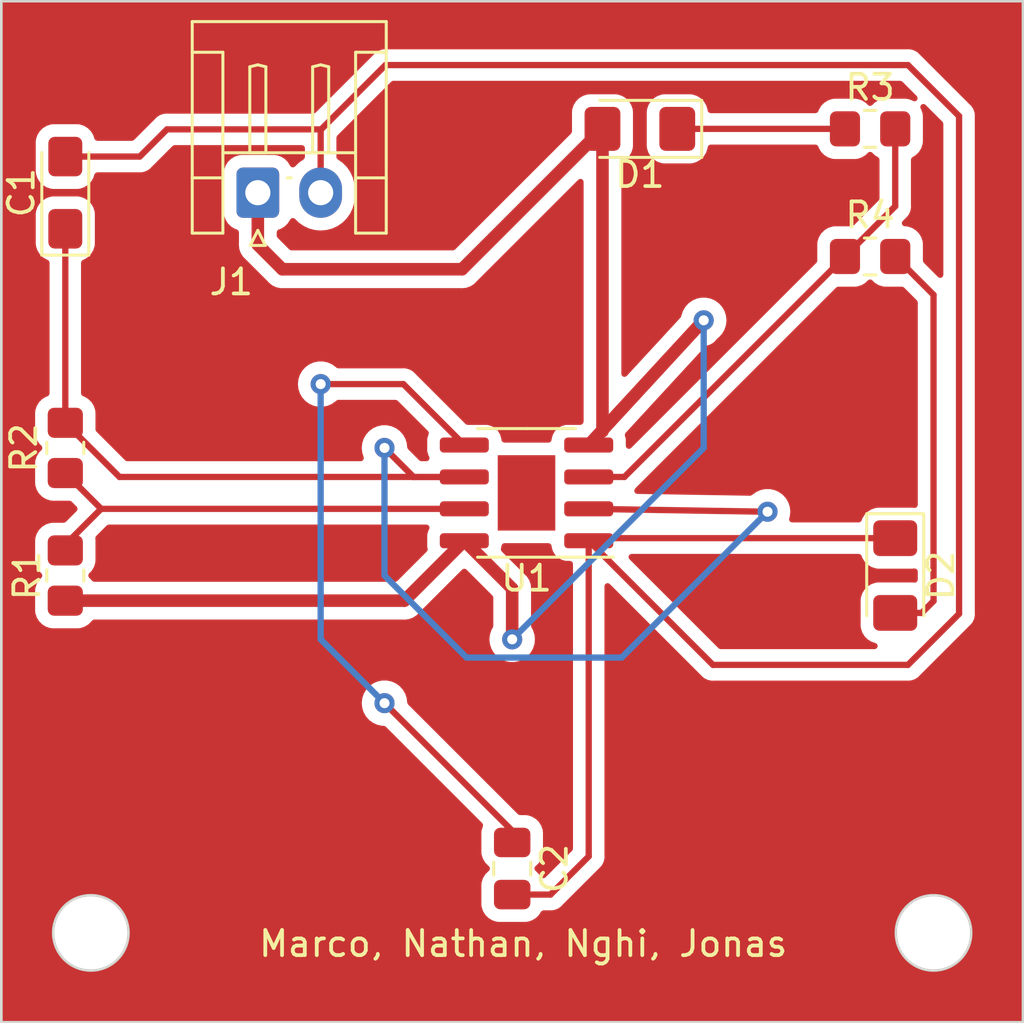
<source format=kicad_pcb>
(kicad_pcb (version 20221018) (generator pcbnew)
  (layers (0 "F.Cu" signal) (31 "B.Cu" signal) (34 "B.Paste" user) (35 "F.Paste" user) (36 "B.SilkS" user "B.Silkscreen") (37 "F.SilkS" user "F.Silkscreen") (38 "B.Mask" user) (39 "F.Mask" user) (44 "Edge.Cuts" user))
  (net 0 "")
  (net 1 "/pin_2")
  (net 2 "GND")
  (net 3 "Net-(U1-CV)")
  (net 4 "Net-(D1-K)")
  (net 5 "+9V")
  (net 6 "Net-(D2-A)")
  (net 7 "/pin_7")
  (net 8 "/pin_3")
  (footprint "Resistor_SMD:R_0805_2012Metric_Pad1.20x1.40mm_HandSolder" (layer "F.Cu") (at 162.56 106.68 90)
    (fp_text reference "R2" (at 0 -1.65 90) (layer "F.SilkS"))
    (fp_text value "R" hide)
    (fp_line (start -0.227064 -0.735) (end 0.227064 -0.735) (stroke (width 0.12)) (layer "F.SilkS"))
    (fp_line (start -0.227064 0.735) (end 0.227064 0.735) (stroke (width 0.12)) (layer "F.SilkS"))
    (pad "1" smd roundrect (at -1 0 90) (size 1.2 1.4) (layers "F.Cu" "F.Paste" "F.Mask") (roundrect_rratio 0.2083333333) (net 7 "/pin_7"))
    (pad "2" smd roundrect (at 1 0 90) (size 1.2 1.4) (layers "F.Cu" "F.Paste" "F.Mask") (roundrect_rratio 0.2083333333) (net 1 "/pin_2"))
  )
  (footprint "LED_SMD:LED_1206_3216Metric_Pad1.42x1.75mm_HandSolder" (layer "F.Cu") (at 185.42 93.98 180)
    (fp_text reference "D1" (at 0 -1.82) (layer "F.SilkS"))
    (fp_text value "LED")
    (fp_line (start -2.46 -1.135) (end -2.46 1.135) (stroke (width 0.12)) (layer "F.SilkS"))
    (fp_line (start -2.46 1.135) (end 1.6 1.135) (stroke (width 0.12)) (layer "F.SilkS"))
    (fp_line (start 1.6 -1.135) (end -2.46 -1.135) (stroke (width 0.12)) (layer "F.SilkS"))
    (pad "1" smd roundrect (at -1.4875 0 180) (size 1.425 1.75) (layers "F.Cu" "F.Paste" "F.Mask") (roundrect_rratio 0.1754392982) (net 4 "Net-(D1-K)"))
    (pad "2" smd roundrect (at 1.4875 0 180) (size 1.425 1.75) (layers "F.Cu" "F.Paste" "F.Mask") (roundrect_rratio 0.1754392982) (net 5 "+9V"))
  )
  (footprint "Package_SO:SOIC-8-1EP_3.9x4.9mm_P1.27mm_EP2.29x3mm" (layer "F.Cu") (at 180.91 108.47 180)
    (fp_text reference "U1" (at 0 -3.4) (layer "F.SilkS"))
    (fp_text value "NE555D")
    (fp_line (start 0 -2.56) (end -3.45 -2.56) (stroke (width 0.12)) (layer "F.SilkS"))
    (fp_line (start 0 -2.56) (end 1.95 -2.56) (stroke (width 0.12)) (layer "F.SilkS"))
    (fp_line (start 0 2.56) (end -1.95 2.56) (stroke (width 0.12)) (layer "F.SilkS"))
    (fp_line (start 0 2.56) (end 1.95 2.56) (stroke (width 0.12)) (layer "F.SilkS"))
    (pad "1" smd roundrect (at -2.475 -1.905 180) (size 1.95 0.6) (layers "F.Cu" "F.Paste" "F.Mask") (net 2 "GND"))
    (pad "2" smd roundrect (at -2.475 -0.635 180) (size 1.95 0.6) (layers "F.Cu" "F.Paste" "F.Mask") (net 1 "/pin_2"))
    (pad "3" smd roundrect (at -2.475 0.635 180) (size 1.95 0.6) (layers "F.Cu" "F.Paste" "F.Mask") (net 8 "/pin_3"))
    (pad "4" smd roundrect (at -2.475 1.905 180) (size 1.95 0.6) (layers "F.Cu" "F.Paste" "F.Mask") (net 5 "+9V"))
    (pad "5" smd roundrect (at 2.475 1.905 180) (size 1.95 0.6) (layers "F.Cu" "F.Paste" "F.Mask") (net 3 "Net-(U1-CV)"))
    (pad "6" smd roundrect (at 2.475 0.635 180) (size 1.95 0.6) (layers "F.Cu" "F.Paste" "F.Mask") (net 1 "/pin_2"))
    (pad "7" smd roundrect (at 2.475 -0.635 180) (size 1.95 0.6) (layers "F.Cu" "F.Paste" "F.Mask") (net 7 "/pin_7"))
    (pad "8" smd roundrect (at 2.475 -1.905 180) (size 1.95 0.6) (layers "F.Cu" "F.Paste" "F.Mask") (net 5 "+9V"))
    (pad "9" smd rect (at 0 0 180) (size 2.29 3) (layers "F.Cu" "F.Mask"))
  )
  (footprint "Capacitor_SMD:C_0805_2012Metric_Pad1.18x1.45mm_HandSolder" (layer "F.Cu") (at 180.34 123.4225 -90)
    (fp_text reference "C2" (at 0 -1.68 90) (layer "F.SilkS"))
    (fp_text value "C" hide)
    (fp_line (start -0.261252 -0.735) (end 0.261252 -0.735) (stroke (width 0.12)) (layer "F.SilkS"))
    (fp_line (start -0.261252 0.735) (end 0.261252 0.735) (stroke (width 0.12)) (layer "F.SilkS"))
    (pad "1" smd roundrect (at -1.0375 0 270) (size 1.175 1.45) (layers "F.Cu" "F.Paste" "F.Mask") (roundrect_rratio 0.2127659574) (net 3 "Net-(U1-CV)"))
    (pad "2" smd roundrect (at 1.0375 0 270) (size 1.175 1.45) (layers "F.Cu" "F.Paste" "F.Mask") (roundrect_rratio 0.2127659574) (net 2 "GND"))
  )
  (footprint "Resistor_SMD:R_0805_2012Metric_Pad1.20x1.40mm_HandSolder" (layer "F.Cu") (at 162.56 111.76 90)
    (fp_text reference "R1" (at 0 -1.524 90) (layer "F.SilkS"))
    (fp_text value "R" hide)
    (fp_line (start -0.227064 -0.735) (end 0.227064 -0.735) (stroke (width 0.12)) (layer "F.SilkS"))
    (fp_line (start -0.227064 0.735) (end 0.227064 0.735) (stroke (width 0.12)) (layer "F.SilkS"))
    (pad "1" smd roundrect (at -1 0 90) (size 1.2 1.4) (layers "F.Cu" "F.Paste" "F.Mask") (roundrect_rratio 0.2083333333) (net 5 "+9V"))
    (pad "2" smd roundrect (at 1 0 90) (size 1.2 1.4) (layers "F.Cu" "F.Paste" "F.Mask") (roundrect_rratio 0.2083333333) (net 7 "/pin_7"))
  )
  (footprint "LED_SMD:LED_1206_3216Metric_Pad1.42x1.75mm_HandSolder" (layer "F.Cu") (at 195.58 111.76 -90)
    (fp_text reference "D2" (at 0 -1.82 90) (layer "F.SilkS"))
    (fp_text value "LED")
    (fp_line (start -2.46 -1.135) (end -2.46 1.135) (stroke (width 0.12)) (layer "F.SilkS"))
    (fp_line (start -2.46 1.135) (end 1.6 1.135) (stroke (width 0.12)) (layer "F.SilkS"))
    (fp_line (start 1.6 -1.135) (end -2.46 -1.135) (stroke (width 0.12)) (layer "F.SilkS"))
    (pad "1" smd roundrect (at -1.4875 0 270) (size 1.425 1.75) (layers "F.Cu" "F.Paste" "F.Mask") (roundrect_rratio 0.1754392982) (net 2 "GND"))
    (pad "2" smd roundrect (at 1.4875 0 270) (size 1.425 1.75) (layers "F.Cu" "F.Paste" "F.Mask") (roundrect_rratio 0.1754392982) (net 6 "Net-(D2-A)"))
  )
  (footprint "Connector_JST:JST_EH_S2B-EH_1x02_P2.50mm_Horizontal" (layer "F.Cu") (at 170.22 96.52)
    (fp_text reference "J1" (at -1.056 3.556) (layer "F.SilkS"))
    (fp_text value "Conn_01x02_Pin" hide)
    (fp_line (start -2.61 -6.81) (end 5.11 -6.81) (stroke (width 0.12)) (layer "F.SilkS"))
    (fp_line (start -2.61 -5.59) (end -1.39 -5.59) (stroke (width 0.12)) (layer "F.SilkS"))
    (fp_line (start -2.61 1.61) (end -2.61 -6.81) (stroke (width 0.12)) (layer "F.SilkS"))
    (fp_line (start -1.39 -5.59) (end -1.39 -0.59) (stroke (width 0.12)) (layer "F.SilkS"))
    (fp_line (start -1.39 -1.59) (end 3.89 -1.59) (stroke (width 0.12)) (layer "F.SilkS"))
    (fp_line (start -1.39 -0.59) (end -2.61 -0.59) (stroke (width 0.12)) (layer "F.SilkS"))
    (fp_line (start -1.39 -0.59) (end -1.39 1.61) (stroke (width 0.12)) (layer "F.SilkS"))
    (fp_line (start -1.39 1.61) (end -2.61 1.61) (stroke (width 0.12)) (layer "F.SilkS"))
    (fp_line (start -0.32 -5.01) (end 0 -5.09) (stroke (width 0.12)) (layer "F.SilkS"))
    (fp_line (start -0.32 -1.59) (end -0.32 -5.01) (stroke (width 0.12)) (layer "F.SilkS"))
    (fp_line (start -0.3 2.1) (end 0.3 2.1) (stroke (width 0.12)) (layer "F.SilkS"))
    (fp_line (start 0 -5.09) (end 0.32 -5.01) (stroke (width 0.12)) (layer "F.SilkS"))
    (fp_line (start 0 -1.59) (end -0.32 -1.59) (stroke (width 0.12)) (layer "F.SilkS"))
    (fp_line (start 0 1.5) (end -0.3 2.1) (stroke (width 0.12)) (layer "F.SilkS"))
    (fp_line (start 0.3 2.1) (end 0 1.5) (stroke (width 0.12)) (layer "F.SilkS"))
    (fp_line (start 0.32 -5.01) (end 0.32 -1.59) (stroke (width 0.12)) (layer "F.SilkS"))
    (fp_line (start 0.32 -1.59) (end 0 -1.59) (stroke (width 0.12)) (layer "F.SilkS"))
    (fp_line (start 1.17 -0.59) (end 1.33 -0.59) (stroke (width 0.12)) (layer "F.SilkS"))
    (fp_line (start 2.18 -5.01) (end 2.5 -5.09) (stroke (width 0.12)) (layer "F.SilkS"))
    (fp_line (start 2.18 -1.59) (end 2.18 -5.01) (stroke (width 0.12)) (layer "F.SilkS"))
    (fp_line (start 2.5 -5.09) (end 2.82 -5.01) (stroke (width 0.12)) (layer "F.SilkS"))
    (fp_line (start 2.5 -1.59) (end 2.18 -1.59) (stroke (width 0.12)) (layer "F.SilkS"))
    (fp_line (start 2.82 -5.01) (end 2.82 -1.59) (stroke (width 0.12)) (layer "F.SilkS"))
    (fp_line (start 2.82 -1.59) (end 2.5 -1.59) (stroke (width 0.12)) (layer "F.SilkS"))
    (fp_line (start 3.89 -5.59) (end 3.89 -0.59) (stroke (width 0.12)) (layer "F.SilkS"))
    (fp_line (start 3.89 -0.59) (end 5.11 -0.59) (stroke (width 0.12)) (layer "F.SilkS"))
    (fp_line (start 3.89 1.61) (end 3.89 -0.59) (stroke (width 0.12)) (layer "F.SilkS"))
    (fp_line (start 5.11 -6.81) (end 5.11 1.61) (stroke (width 0.12)) (layer "F.SilkS"))
    (fp_line (start 5.11 -5.59) (end 3.89 -5.59) (stroke (width 0.12)) (layer "F.SilkS"))
    (fp_line (start 5.11 1.61) (end 3.89 1.61) (stroke (width 0.12)) (layer "F.SilkS"))
    (pad "1" thru_hole roundrect (at 0 0) (size 1.7 2) (drill 1) (layers "*.Cu" "*.Mask") (roundrect_rratio 0.1470588235) (net 5 "+9V"))
    (pad "2" thru_hole oval (at 2.5 0) (size 1.7 2) (drill 1) (layers "*.Cu" "*.Mask") (net 2 "GND"))
  )
  (footprint "Resistor_SMD:R_0805_2012Metric_Pad1.20x1.40mm_HandSolder" (layer "F.Cu") (at 194.58 93.98)
    (fp_text reference "R3" (at 0 -1.65) (layer "F.SilkS"))
    (fp_text value "R" hide)
    (fp_line (start -0.227064 -0.735) (end 0.227064 -0.735) (stroke (width 0.12)) (layer "F.SilkS"))
    (fp_line (start -0.227064 0.735) (end 0.227064 0.735) (stroke (width 0.12)) (layer "F.SilkS"))
    (pad "1" smd roundrect (at -1 0) (size 1.2 1.4) (layers "F.Cu" "F.Paste" "F.Mask") (roundrect_rratio 0.2083333333) (net 4 "Net-(D1-K)"))
    (pad "2" smd roundrect (at 1 0) (size 1.2 1.4) (layers "F.Cu" "F.Paste" "F.Mask") (roundrect_rratio 0.2083333333) (net 8 "/pin_3"))
  )
  (footprint "Capacitor_Tantalum_SMD:CP_EIA-3216-18_Kemet-A_Pad1.58x1.35mm_HandSolder" (layer "F.Cu") (at 162.56 96.52 90)
    (fp_text reference "C1" (at 0 -1.75 90) (layer "F.SilkS"))
    (fp_text value "C_Polarized" hide)
    (fp_line (start -2.485 -0.935) (end -2.485 0.935) (stroke (width 0.12)) (layer "F.SilkS"))
    (fp_line (start -2.485 0.935) (end 1.6 0.935) (stroke (width 0.12)) (layer "F.SilkS"))
    (fp_line (start 1.6 -0.935) (end -2.485 -0.935) (stroke (width 0.12)) (layer "F.SilkS"))
    (pad "1" smd roundrect (at -1.4375 0 90) (size 1.575 1.35) (layers "F.Cu" "F.Paste" "F.Mask") (roundrect_rratio 0.1851851852) (net 1 "/pin_2"))
    (pad "2" smd roundrect (at 1.4375 0 90) (size 1.575 1.35) (layers "F.Cu" "F.Paste" "F.Mask") (roundrect_rratio 0.1851851852) (net 2 "GND"))
  )
  (footprint "Resistor_SMD:R_0805_2012Metric_Pad1.20x1.40mm_HandSolder" (layer "F.Cu") (at 194.58 99.06)
    (fp_text reference "R4" (at 0 -1.65) (layer "F.SilkS"))
    (fp_text value "R" hide)
    (fp_line (start -0.227064 -0.735) (end 0.227064 -0.735) (stroke (width 0.12)) (layer "F.SilkS"))
    (fp_line (start -0.227064 0.735) (end 0.227064 0.735) (stroke (width 0.12)) (layer "F.SilkS"))
    (pad "1" smd roundrect (at -1 0) (size 1.2 1.4) (layers "F.Cu" "F.Paste" "F.Mask") (roundrect_rratio 0.2083333333) (net 8 "/pin_3"))
    (pad "2" smd roundrect (at 1 0) (size 1.2 1.4) (layers "F.Cu" "F.Paste" "F.Mask") (roundrect_rratio 0.2083333333) (net 6 "Net-(D2-A)"))
  )
  (gr_rect (start 160.02 88.9) (end 200.66 129.54) (stroke (width 0.1)) (fill none) (layer "Edge.Cuts"))
  (gr_circle (center 163.576 125.984) (end 165.076 125.984) (stroke (width 0.1)) (fill none) (layer "Edge.Cuts"))
  (gr_circle (center 197.104 125.984) (end 198.604 125.984) (stroke (width 0.1)) (fill none) (layer "Edge.Cuts"))
  (gr_text "Marco, Nathan, Nghi, Jonas\n" (at 170.18 127) (layer "F.SilkS") (effects (font (size 1 1)) (justify left bottom)))
  (segment (start 176.415 107.835) (end 178.435 107.835) (width 0.25) (layer "F.Cu") (net 1))
  (segment (start 190.5 109.22) (end 190.385 109.105) (width 0.25) (layer "F.Cu") (net 1))
  (segment (start 183.385 109.105) (end 190.5 109.22) (width 0.25) (layer "F.Cu") (net 1))
  (segment (start 162.56 97.9575) (end 162.56 105.68) (width 0.25) (layer "F.Cu") (net 1))
  (segment (start 162.56 105.68) (end 164.715 107.835) (width 0.25) (layer "F.Cu") (net 1))
  (segment (start 164.715 107.835) (end 178.435 107.835) (width 0.25) (layer "F.Cu") (net 1))
  (segment (start 175.26 106.68) (end 176.415 107.835) (width 0.25) (layer "F.Cu") (net 1))
  (via (at 175.26 106.68) (size 0.8) (drill 0.4) (layers "F.Cu" "B.Cu") (net 1))
  (via (at 190.5 109.22) (size 0.8) (drill 0.4) (layers "F.Cu" "B.Cu") (net 1))
  (segment (start 190.5 109.22) (end 184.695 115.025) (width 0.25) (layer "B.Cu") (net 1))
  (segment (start 175.26 111.76) (end 175.26 106.68) (width 0.25) (layer "B.Cu") (net 1))
  (segment (start 184.695 115.025) (end 178.525 115.025) (width 0.25) (layer "B.Cu") (net 1))
  (segment (start 178.525 115.025) (end 175.26 111.76) (width 0.25) (layer "B.Cu") (net 1))
  (segment (start 196.088 115.316) (end 188.326 115.316) (width 0.25) (layer "F.Cu") (net 2))
  (segment (start 166.604 94) (end 165.5215 95.0825) (width 0.25) (layer "F.Cu") (net 2))
  (segment (start 195.58 110.2725) (end 183.4875 110.2725) (width 0.25) (layer "F.Cu") (net 2))
  (segment (start 183.385 122.939) (end 183.385 110.375) (width 0.25) (layer "F.Cu") (net 2))
  (segment (start 183.4875 110.2725) (end 183.385 110.375) (width 0.25) (layer "F.Cu") (net 2))
  (segment (start 181.864 124.46) (end 183.385 122.939) (width 0.25) (layer "F.Cu") (net 2))
  (segment (start 172.74 94) (end 166.604 94) (width 0.25) (layer "F.Cu") (net 2))
  (segment (start 172.74 94) (end 175.3 91.44) (width 0.25) (layer "F.Cu") (net 2))
  (segment (start 172.72 96.52) (end 172.72 94.02) (width 0.25) (layer "F.Cu") (net 2))
  (segment (start 180.34 124.46) (end 181.864 124.46) (width 0.25) (layer "F.Cu") (net 2))
  (segment (start 188.326 115.316) (end 183.385 110.375) (width 0.25) (layer "F.Cu") (net 2))
  (segment (start 198.12 93.472) (end 198.12 113.284) (width 0.25) (layer "F.Cu") (net 2))
  (segment (start 196.088 91.44) (end 198.12 93.472) (width 0.25) (layer "F.Cu") (net 2))
  (segment (start 165.5215 95.0825) (end 162.56 95.0825) (width 0.25) (layer "F.Cu") (net 2))
  (segment (start 172.72 94.02) (end 172.74 94) (width 0.25) (layer "F.Cu") (net 2))
  (segment (start 198.12 113.284) (end 196.088 115.316) (width 0.25) (layer "F.Cu") (net 2))
  (segment (start 175.3 91.44) (end 196.088 91.44) (width 0.25) (layer "F.Cu") (net 2))
  (segment (start 172.72 104.14) (end 176.01 104.14) (width 0.25) (layer "F.Cu") (net 3))
  (segment (start 180.34 121.92) (end 175.26 116.84) (width 0.25) (layer "F.Cu") (net 3))
  (segment (start 176.01 104.14) (end 178.435 106.565) (width 0.25) (layer "F.Cu") (net 3))
  (segment (start 180.34 122.385) (end 180.34 121.92) (width 0.25) (layer "F.Cu") (net 3))
  (via (at 175.26 116.84) (size 0.8) (drill 0.4) (layers "F.Cu" "B.Cu") (net 3))
  (via (at 172.72 104.14) (size 0.8) (drill 0.4) (layers "F.Cu" "B.Cu") (net 3))
  (segment (start 172.72 114.3) (end 172.72 104.14) (width 0.25) (layer "B.Cu") (net 3))
  (segment (start 175.26 116.84) (end 172.72 114.3) (width 0.25) (layer "B.Cu") (net 3))
  (segment (start 193.58 93.98) (end 186.9075 93.98) (width 0.25) (layer "F.Cu") (net 4))
  (segment (start 180.34 112.28) (end 178.435 110.375) (width 0.5) (layer "F.Cu") (net 5))
  (segment (start 183.9325 93.98) (end 183.9325 106.0175) (width 0.5) (layer "F.Cu") (net 5))
  (segment (start 162.56 112.76) (end 176.05 112.76) (width 0.5) (layer "F.Cu") (net 5))
  (segment (start 178.3445 99.568) (end 171.196 99.568) (width 0.5) (layer "F.Cu") (net 5))
  (segment (start 183.9325 106.0175) (end 183.385 106.565) (width 0.25) (layer "F.Cu") (net 5))
  (segment (start 176.05 112.76) (end 178.435 110.375) (width 0.5) (layer "F.Cu") (net 5))
  (segment (start 170.22 98.592) (end 170.22 96.52) (width 0.5) (layer "F.Cu") (net 5))
  (segment (start 180.34 114.3) (end 180.34 112.28) (width 0.5) (layer "F.Cu") (net 5))
  (segment (start 187.96 101.6) (end 187.96 101.99) (width 0.25) (layer "F.Cu") (net 5))
  (segment (start 171.196 99.568) (end 170.22 98.592) (width 0.5) (layer "F.Cu") (net 5))
  (segment (start 183.9325 93.98) (end 178.3445 99.568) (width 0.5) (layer "F.Cu") (net 5))
  (segment (start 183.385 106.565) (end 187.96 101.6) (width 0.5) (layer "F.Cu") (net 5))
  (via (at 180.34 114.3) (size 0.8) (drill 0.4) (layers "F.Cu" "B.Cu") (net 5))
  (via (at 187.96 101.6) (size 0.8) (drill 0.4) (layers "F.Cu" "B.Cu") (net 5))
  (segment (start 187.96 106.68) (end 180.34 114.3) (width 0.25) (layer "B.Cu") (net 5))
  (segment (start 187.96 101.6) (end 187.96 106.68) (width 0.25) (layer "B.Cu") (net 5))
  (segment (start 195.58 113.2475) (end 196.6325 113.2475) (width 0.25) (layer "F.Cu") (net 6))
  (segment (start 196.6325 113.2475) (end 197.104 112.776) (width 0.25) (layer "F.Cu") (net 6))
  (segment (start 197.104 112.776) (end 197.104 100.584) (width 0.25) (layer "F.Cu") (net 6))
  (segment (start 197.104 100.584) (end 195.58 99.06) (width 0.25) (layer "F.Cu") (net 6))
  (segment (start 163.985 109.105) (end 178.435 109.105) (width 0.25) (layer "F.Cu") (net 7))
  (segment (start 162.56 110.76) (end 162.56 110.53) (width 0.25) (layer "F.Cu") (net 7))
  (segment (start 162.56 110.53) (end 163.985 109.105) (width 0.25) (layer "F.Cu") (net 7))
  (segment (start 162.56 107.68) (end 163.985 109.105) (width 0.25) (layer "F.Cu") (net 7))
  (segment (start 193.58 99.06) (end 184.805 107.835) (width 0.25) (layer "F.Cu") (net 8))
  (segment (start 195.58 93.98) (end 195.58 97.06) (width 0.25) (layer "F.Cu") (net 8))
  (segment (start 195.58 97.06) (end 193.58 99.06) (width 0.25) (layer "F.Cu") (net 8))
  (segment (start 184.805 107.835) (end 183.385 107.835) (width 0.25) (layer "F.Cu") (net 8))
  (zone (net 0) (net_name "") (layer "F.Cu") (priority 1) (connect_pads (clearance 0.5)) (min_thickness 0.25) (fill yes (thermal_gap 0.5) (thermal_bridge_width 0.5) (island_removal_mode 1) (island_area_min 10))
    (polygon (pts (xy 160.02 88.9) (xy 200.66 88.9) (xy 200.66 129.54) (xy 160.02 129.54) (xy 160.02 106.68)))
  )
)
</source>
